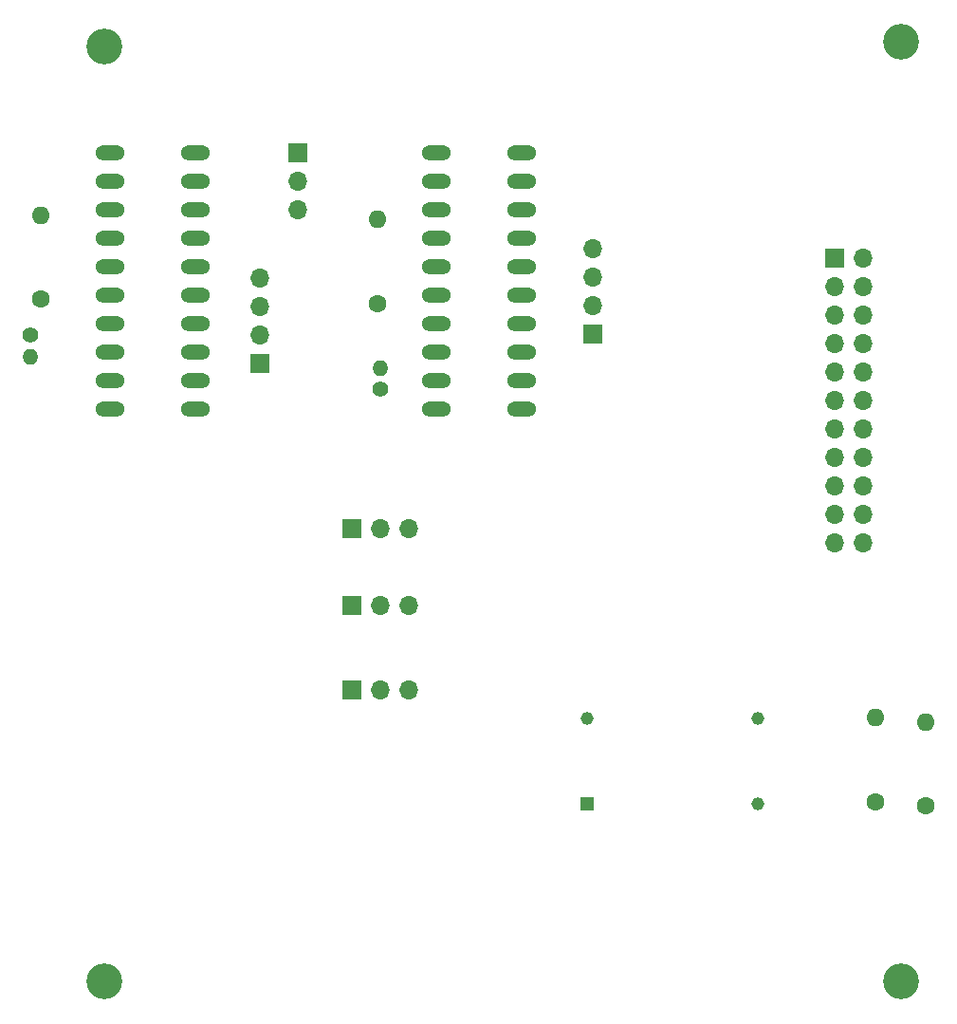
<source format=gbr>
%TF.GenerationSoftware,KiCad,Pcbnew,(6.0.1)*%
%TF.CreationDate,2022-03-29T16:03:17-05:00*%
%TF.ProjectId,microcontroller_board,6d696372-6f63-46f6-9e74-726f6c6c6572,rev?*%
%TF.SameCoordinates,Original*%
%TF.FileFunction,Soldermask,Bot*%
%TF.FilePolarity,Negative*%
%FSLAX46Y46*%
G04 Gerber Fmt 4.6, Leading zero omitted, Abs format (unit mm)*
G04 Created by KiCad (PCBNEW (6.0.1)) date 2022-03-29 16:03:17*
%MOMM*%
%LPD*%
G01*
G04 APERTURE LIST*
%ADD10R,1.700000X1.700000*%
%ADD11O,1.700000X1.700000*%
%ADD12C,1.600000*%
%ADD13O,1.600000X1.600000*%
%ADD14R,1.158000X1.158000*%
%ADD15C,1.158000*%
%ADD16C,1.400000*%
%ADD17O,1.400000X1.400000*%
%ADD18C,3.200001*%
%ADD19O,2.641600X1.320800*%
%ADD20C,3.200000*%
G04 APERTURE END LIST*
D10*
%TO.C,J6*%
X151511000Y-67945000D03*
D11*
X151511000Y-65405000D03*
X151511000Y-62865000D03*
X151511000Y-60325000D03*
%TD*%
D12*
%TO.C,C1*%
X102235000Y-64837000D03*
D13*
X102235000Y-57337000D03*
%TD*%
D14*
%TO.C,Y1*%
X151003000Y-109855000D03*
D15*
X166243000Y-109855000D03*
X166243000Y-102235000D03*
X151003000Y-102235000D03*
%TD*%
D16*
%TO.C,R2*%
X132588000Y-72898000D03*
D17*
X132588000Y-70998000D03*
%TD*%
D10*
%TO.C,J2*%
X130048000Y-85344000D03*
D11*
X132588000Y-85344000D03*
X135128000Y-85344000D03*
%TD*%
D18*
%TO.C,H3*%
X107950000Y-125730000D03*
%TD*%
D16*
%TO.C,R1*%
X101346000Y-68077000D03*
D17*
X101346000Y-69977000D03*
%TD*%
D18*
%TO.C,H4*%
X179070000Y-125730000D03*
%TD*%
D19*
%TO.C,IC1*%
X108458000Y-51816000D03*
X108458000Y-54356000D03*
X108458000Y-56896000D03*
X108458000Y-59436000D03*
X108458000Y-61976000D03*
X108458000Y-64516000D03*
X108458000Y-67056000D03*
X108458000Y-69596000D03*
X108458000Y-72136000D03*
X108458000Y-74676000D03*
X116078000Y-74676000D03*
X116078000Y-72136000D03*
X116078000Y-69596000D03*
X116078000Y-67056000D03*
X116078000Y-64516000D03*
X116078000Y-61976000D03*
X116078000Y-59436000D03*
X116078000Y-56896000D03*
X116078000Y-54356000D03*
X116078000Y-51816000D03*
%TD*%
%TO.C,IC2*%
X137541000Y-51816000D03*
X137541000Y-54356000D03*
X137541000Y-56896000D03*
X137541000Y-59436000D03*
X137541000Y-61976000D03*
X137541000Y-64516000D03*
X137541000Y-67056000D03*
X137541000Y-69596000D03*
X137541000Y-72136000D03*
X137541000Y-74676000D03*
X145161000Y-74676000D03*
X145161000Y-72136000D03*
X145161000Y-69596000D03*
X145161000Y-67056000D03*
X145161000Y-64516000D03*
X145161000Y-61976000D03*
X145161000Y-59436000D03*
X145161000Y-56896000D03*
X145161000Y-54356000D03*
X145161000Y-51816000D03*
%TD*%
D18*
%TO.C,H1*%
X107950000Y-42291000D03*
%TD*%
D10*
%TO.C,J5*%
X121793000Y-70612000D03*
D11*
X121793000Y-68072000D03*
X121793000Y-65532000D03*
X121793000Y-62992000D03*
%TD*%
D13*
%TO.C,C4*%
X181229000Y-102549000D03*
D12*
X181229000Y-110049000D03*
%TD*%
D20*
%TO.C,H2*%
X179070000Y-41910000D03*
%TD*%
D10*
%TO.C,J3*%
X130048000Y-92202000D03*
D11*
X132588000Y-92202000D03*
X135128000Y-92202000D03*
%TD*%
D12*
%TO.C,C2*%
X132334000Y-65218000D03*
D13*
X132334000Y-57718000D03*
%TD*%
D10*
%TO.C,J7*%
X173101000Y-61214000D03*
D11*
X175641000Y-61214000D03*
X173101000Y-63754000D03*
X175641000Y-63754000D03*
X173101000Y-66294000D03*
X175641000Y-66294000D03*
X173101000Y-68834000D03*
X175641000Y-68834000D03*
X173101000Y-71374000D03*
X175641000Y-71374000D03*
X173101000Y-73914000D03*
X175641000Y-73914000D03*
X173101000Y-76454000D03*
X175641000Y-76454000D03*
X173101000Y-78994000D03*
X175641000Y-78994000D03*
X173101000Y-81534000D03*
X175641000Y-81534000D03*
X173101000Y-84074000D03*
X175641000Y-84074000D03*
X173101000Y-86614000D03*
X175641000Y-86614000D03*
%TD*%
D12*
%TO.C,C3*%
X176784000Y-109668000D03*
D13*
X176784000Y-102168000D03*
%TD*%
D10*
%TO.C,J4*%
X130048000Y-99695000D03*
D11*
X132588000Y-99695000D03*
X135128000Y-99695000D03*
%TD*%
D10*
%TO.C,J1*%
X125222000Y-51816000D03*
D11*
X125222000Y-54356000D03*
X125222000Y-56896000D03*
%TD*%
M02*

</source>
